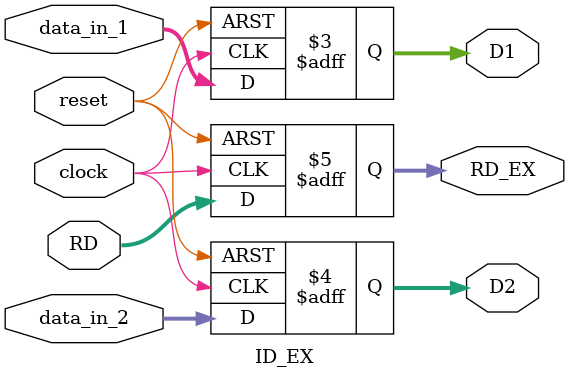
<source format=v>

module ID_EX(
	input wire clock,
	input wire reset,
	input wire [31:0] data_in_1,
	input wire [31:0] data_in_2,
	input wire [4:0] RD,
	output reg [31:0] D1,
	output reg [31:0] D2,
	output reg [4:0] RD_EX);
	
	// Write data on positive edge or reset
	always @(posedge clock or posedge reset) begin
		if(reset == 1'b1) begin
			D1 <= 32'd0;
			D2 <= 32'd0;
			RD_EX <= 5'd0;
		end else begin
			D1 <= data_in_1;
			D2 <= data_in_2;
			RD_EX <= RD;
		end
	end
	
endmodule


</source>
